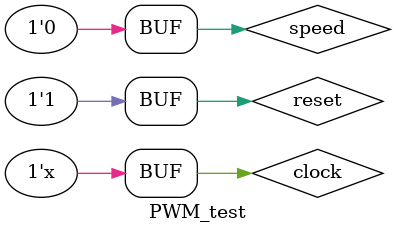
<source format=v>
`timescale 1ns / 1ps


module PWM_test(
    );
    reg clock;
    reg speed;
    reg reset;
    wire PWM;  
    
    //Instence
    miniProjectSource UUT(clock,reset,speed);
    
    initial begin
        clock = 0;
        speed = 0;
        reset = 0;
        #10;

 
        speed = 1;
        reset = 0;
        #300; 


        speed = 2;
        reset = 0;
        #300;

  
        speed = 3;
        reset = 0;
        #300;

        speed = 0;
        reset = 1;
        #300;
      
    end
    
    always begin
    #1 clock = -clock;
    end
endmodule

</source>
